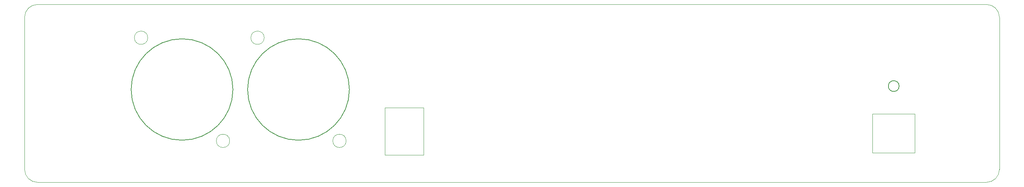
<source format=gbr>
%TF.GenerationSoftware,KiCad,Pcbnew,7.0.5-0*%
%TF.CreationDate,2024-02-04T17:42:31+01:00*%
%TF.ProjectId,Frontpanel,46726f6e-7470-4616-9e65-6c2e6b696361,rev?*%
%TF.SameCoordinates,Original*%
%TF.FileFunction,Profile,NP*%
%FSLAX46Y46*%
G04 Gerber Fmt 4.6, Leading zero omitted, Abs format (unit mm)*
G04 Created by KiCad (PCBNEW 7.0.5-0) date 2024-02-04 17:42:31*
%MOMM*%
%LPD*%
G01*
G04 APERTURE LIST*
%TA.AperFunction,Profile*%
%ADD10C,0.100000*%
%TD*%
%TA.AperFunction,Profile*%
%ADD11C,0.150000*%
%TD*%
G04 APERTURE END LIST*
D10*
X30500000Y-72000000D02*
G75*
G03*
X27500000Y-75000000I0J-3000000D01*
G01*
D11*
X230250000Y-91000000D02*
G75*
G03*
X230250000Y-91000000I-1250000J0D01*
G01*
D10*
X253500000Y-75000000D02*
X253500000Y-110400000D01*
X83050000Y-79750000D02*
G75*
G03*
X83050000Y-79750000I-1550000J0D01*
G01*
X75050000Y-103750000D02*
G75*
G03*
X75050000Y-103750000I-1550000J0D01*
G01*
X111000000Y-113400000D02*
X120000000Y-113400000D01*
X27500000Y-110400000D02*
X27500000Y-75000000D01*
X30500000Y-72000000D02*
X250500000Y-72000000D01*
X56050000Y-79750000D02*
G75*
G03*
X56050000Y-79750000I-1550000J0D01*
G01*
X224100000Y-97500000D02*
X224100000Y-106500000D01*
X120000000Y-96000000D02*
X120000000Y-107000000D01*
D11*
X102800000Y-91800000D02*
G75*
G03*
X102800000Y-91800000I-11800000J0D01*
G01*
D10*
X111000000Y-96000000D02*
X120000000Y-96000000D01*
X111000000Y-107000000D02*
X111000000Y-96000000D01*
X233900000Y-106500000D02*
X233900000Y-97500000D01*
X224100000Y-97500000D02*
X233900000Y-97500000D01*
D11*
X75800000Y-91800000D02*
G75*
G03*
X75800000Y-91800000I-11800000J0D01*
G01*
D10*
X250500000Y-113400000D02*
G75*
G03*
X253500000Y-110400000I0J3000000D01*
G01*
X250500000Y-113400000D02*
X120000000Y-113400000D01*
X27500000Y-110400000D02*
G75*
G03*
X30500000Y-113400000I3000000J0D01*
G01*
X102050000Y-103750000D02*
G75*
G03*
X102050000Y-103750000I-1550000J0D01*
G01*
X111000000Y-113400000D02*
X30500000Y-113400000D01*
X111000000Y-107000000D02*
X120000000Y-107000000D01*
X253500000Y-75000000D02*
G75*
G03*
X250500000Y-72000000I-3000000J0D01*
G01*
X224100000Y-106500000D02*
X233900000Y-106500000D01*
M02*

</source>
